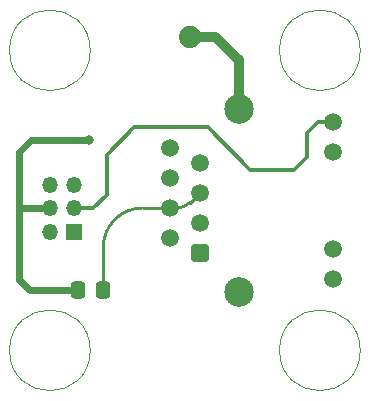
<source format=gbr>
%TF.GenerationSoftware,KiCad,Pcbnew,(6.0.9)*%
%TF.CreationDate,2023-02-20T13:31:34+11:00*%
%TF.ProjectId,PHY,5048592e-6b69-4636-9164-5f7063625858,rev?*%
%TF.SameCoordinates,Original*%
%TF.FileFunction,Copper,L1,Top*%
%TF.FilePolarity,Positive*%
%FSLAX46Y46*%
G04 Gerber Fmt 4.6, Leading zero omitted, Abs format (unit mm)*
G04 Created by KiCad (PCBNEW (6.0.9)) date 2023-02-20 13:31:34*
%MOMM*%
%LPD*%
G01*
G04 APERTURE LIST*
G04 Aperture macros list*
%AMRoundRect*
0 Rectangle with rounded corners*
0 $1 Rounding radius*
0 $2 $3 $4 $5 $6 $7 $8 $9 X,Y pos of 4 corners*
0 Add a 4 corners polygon primitive as box body*
4,1,4,$2,$3,$4,$5,$6,$7,$8,$9,$2,$3,0*
0 Add four circle primitives for the rounded corners*
1,1,$1+$1,$2,$3*
1,1,$1+$1,$4,$5*
1,1,$1+$1,$6,$7*
1,1,$1+$1,$8,$9*
0 Add four rect primitives between the rounded corners*
20,1,$1+$1,$2,$3,$4,$5,0*
20,1,$1+$1,$4,$5,$6,$7,0*
20,1,$1+$1,$6,$7,$8,$9,0*
20,1,$1+$1,$8,$9,$2,$3,0*%
G04 Aperture macros list end*
%TA.AperFunction,EtchedComponent*%
%ADD10C,0.120000*%
%TD*%
%TA.AperFunction,ComponentPad*%
%ADD11C,1.879600*%
%TD*%
%TA.AperFunction,ComponentPad*%
%ADD12R,1.350000X1.350000*%
%TD*%
%TA.AperFunction,ComponentPad*%
%ADD13O,1.350000X1.350000*%
%TD*%
%TA.AperFunction,SMDPad,CuDef*%
%ADD14RoundRect,0.250000X0.337500X0.475000X-0.337500X0.475000X-0.337500X-0.475000X0.337500X-0.475000X0*%
%TD*%
%TA.AperFunction,ComponentPad*%
%ADD15C,2.500000*%
%TD*%
%TA.AperFunction,ComponentPad*%
%ADD16C,1.500000*%
%TD*%
%TA.AperFunction,ComponentPad*%
%ADD17RoundRect,0.250500X0.499500X-0.499500X0.499500X0.499500X-0.499500X0.499500X-0.499500X-0.499500X0*%
%TD*%
%TA.AperFunction,ViaPad*%
%ADD18C,0.800000*%
%TD*%
%TA.AperFunction,Conductor*%
%ADD19C,0.304800*%
%TD*%
%TA.AperFunction,Conductor*%
%ADD20C,0.250000*%
%TD*%
%TA.AperFunction,Conductor*%
%ADD21C,0.812800*%
%TD*%
%TA.AperFunction,Conductor*%
%ADD22C,0.609600*%
%TD*%
G04 APERTURE END LIST*
D10*
%TO.C,H4*%
X115177222Y-74930000D02*
G75*
G03*
X115177222Y-74930000I-3417222J0D01*
G01*
%TO.C,H3*%
X115177222Y-100330000D02*
G75*
G03*
X115177222Y-100330000I-3417222J0D01*
G01*
%TO.C,H2*%
X138037222Y-100330000D02*
G75*
G03*
X138037222Y-100330000I-3417222J0D01*
G01*
%TO.C,H1*%
X138037222Y-74930000D02*
G75*
G03*
X138037222Y-74930000I-3417222J0D01*
G01*
%TD*%
D11*
%TO.P,J3,1,Pin_1*%
%TO.N,/CASE*%
X123621800Y-73761600D03*
%TD*%
D12*
%TO.P,J1,1,Pin_1*%
%TO.N,/T-*%
X113801400Y-90315800D03*
D13*
%TO.P,J1,2,Pin_2*%
%TO.N,/T+*%
X111801400Y-90315800D03*
%TO.P,J1,3,Pin_3*%
%TO.N,/LEDY_A*%
X113801400Y-88315800D03*
%TO.P,J1,4,Pin_4*%
%TO.N,GND*%
X111801400Y-88315800D03*
%TO.P,J1,5,Pin_5*%
%TO.N,/R+*%
X113801400Y-86315800D03*
%TO.P,J1,6,Pin_6*%
%TO.N,/R-*%
X111801400Y-86315800D03*
%TD*%
D14*
%TO.P,C1,2*%
%TO.N,GND*%
X114176900Y-95250000D03*
%TO.P,C1,1*%
%TO.N,/RC*%
X116251900Y-95250000D03*
%TD*%
D15*
%TO.P,J2,SH*%
%TO.N,/CASE*%
X127750000Y-95380000D03*
X127750000Y-79890000D03*
D16*
%TO.P,J2,12*%
%TO.N,/LEDY_A*%
X135700000Y-81010000D03*
%TO.P,J2,11*%
%TO.N,GND*%
X135700000Y-83550000D03*
%TO.P,J2,10*%
%TO.N,/LEDG_A*%
X135700000Y-91720000D03*
%TO.P,J2,9*%
%TO.N,/LEDG_K*%
X135700000Y-94260000D03*
%TO.P,J2,8*%
%TO.N,GND*%
X121900000Y-83195000D03*
%TO.P,J2,7*%
%TO.N,unconnected-(J2-Pad7)*%
X124440000Y-84455000D03*
%TO.P,J2,6*%
%TO.N,/R-*%
X121900000Y-85735000D03*
%TO.P,J2,5*%
%TO.N,/RC*%
X124440000Y-86995000D03*
%TO.P,J2,4*%
X121900000Y-88275000D03*
%TO.P,J2,3*%
%TO.N,/R+*%
X124440000Y-89535000D03*
%TO.P,J2,2*%
%TO.N,/T-*%
X121900000Y-90815000D03*
D17*
%TO.P,J2,1*%
%TO.N,/T+*%
X124440000Y-92075000D03*
%TD*%
D18*
%TO.N,GND*%
X115062000Y-82550000D03*
%TD*%
D19*
%TO.N,/LEDY_A*%
X115443000Y-88315800D02*
X113826800Y-88315800D01*
X116560600Y-87198200D02*
X115443000Y-88315800D01*
X116560600Y-83769200D02*
X116560600Y-87198200D01*
X118897400Y-81432400D02*
X116560600Y-83769200D01*
X128727200Y-85039200D02*
X125120400Y-81432400D01*
X132461000Y-85039200D02*
X128727200Y-85039200D01*
X133553200Y-83947000D02*
X132461000Y-85039200D01*
X135700000Y-81010000D02*
X134458200Y-81010000D01*
X134458200Y-81010000D02*
X133553200Y-81915000D01*
X133553200Y-81915000D02*
X133553200Y-83947000D01*
X125120400Y-81432400D02*
X118897400Y-81432400D01*
D20*
%TO.N,/RC*%
X122530000Y-88274985D02*
G75*
G03*
X123605476Y-87829521I0J1520985D01*
G01*
X116281196Y-91596688D02*
G75*
G02*
X117254101Y-89247901I3321704J-12D01*
G01*
X117254103Y-89247903D02*
G75*
G02*
X119602888Y-88275000I2348797J-2348797D01*
G01*
X116266555Y-95235355D02*
G75*
G03*
X116281200Y-95199981I-35355J35355D01*
G01*
D21*
%TO.N,/CASE*%
X127750000Y-75730800D02*
X127750000Y-79890000D01*
X123621800Y-73761600D02*
X125780800Y-73761600D01*
X125780800Y-73761600D02*
X127750000Y-75730800D01*
D22*
%TO.N,GND*%
X109220000Y-88290400D02*
X111801400Y-88290400D01*
X109169200Y-88341200D02*
X109220000Y-88290400D01*
X111801400Y-88290400D02*
X111826800Y-88315800D01*
X109169200Y-88900000D02*
X109169200Y-88341200D01*
X110083600Y-95250000D02*
X109169200Y-94335600D01*
X109169200Y-94335600D02*
X109169200Y-88900000D01*
X114176900Y-95250000D02*
X110083600Y-95250000D01*
D20*
%TO.N,/RC*%
X116266550Y-95235350D02*
X116251900Y-95250000D01*
X119602888Y-88275000D02*
X121900000Y-88275000D01*
X116281200Y-91596688D02*
X116281200Y-95199981D01*
D22*
%TO.N,GND*%
X115062000Y-82550000D02*
X110159800Y-82550000D01*
X110159800Y-82550000D02*
X109169200Y-83540600D01*
X109169200Y-83540600D02*
X109169200Y-88900000D01*
D20*
%TO.N,/RC*%
X122530000Y-88275000D02*
X121900000Y-88275000D01*
X123605477Y-87829522D02*
X124440000Y-86995000D01*
%TD*%
M02*

</source>
